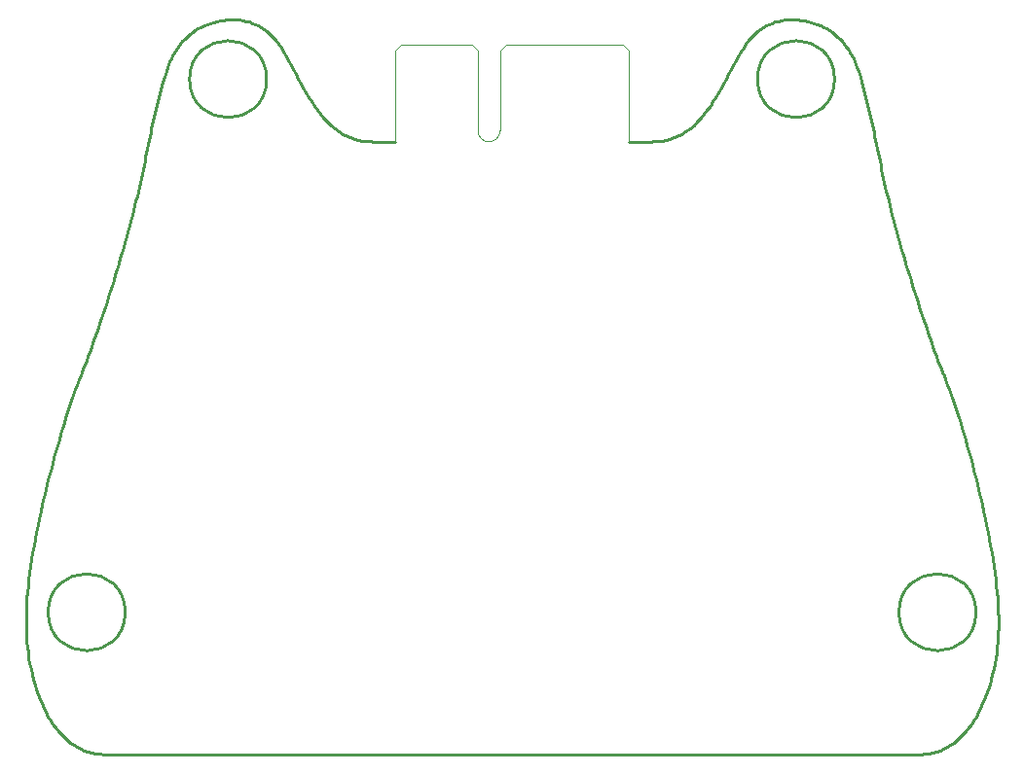
<source format=gm1>
G04 #@! TF.GenerationSoftware,KiCad,Pcbnew,8.0.7*
G04 #@! TF.CreationDate,2024-12-09T10:58:11-05:00*
G04 #@! TF.ProjectId,template,74656d70-6c61-4746-952e-6b696361645f,rev?*
G04 #@! TF.SameCoordinates,Original*
G04 #@! TF.FileFunction,Profile,NP*
%FSLAX46Y46*%
G04 Gerber Fmt 4.6, Leading zero omitted, Abs format (unit mm)*
G04 Created by KiCad (PCBNEW 8.0.7) date 2024-12-09 10:58:11*
%MOMM*%
%LPD*%
G01*
G04 APERTURE LIST*
G04 #@! TA.AperFunction,Profile*
%ADD10C,0.250000*%
G04 #@! TD*
%ADD11C,0.250000*%
G04 #@! TA.AperFunction,Profile*
%ADD12C,0.100000*%
G04 #@! TD*
G04 APERTURE END LIST*
D10*
X112763305Y-110068595D02*
G75*
G02*
X106063305Y-110068595I-3350000J0D01*
G01*
X106063305Y-110068595D02*
G75*
G02*
X112763305Y-110068595I3350000J0D01*
G01*
D11*
X116139347Y-63480372D02*
X116038286Y-63826318D01*
X115940856Y-64170649D01*
X115846809Y-64513629D01*
X115755896Y-64855521D01*
X115667868Y-65196591D01*
X115582476Y-65537101D01*
X115499471Y-65877316D01*
X115418605Y-66217500D01*
X115339628Y-66557917D01*
X115262292Y-66898832D01*
X115186349Y-67240507D01*
X115111549Y-67583208D01*
X115037643Y-67927199D01*
X114964383Y-68272743D01*
X114891519Y-68620105D01*
X114818804Y-68969548D01*
X114745988Y-69321337D01*
X114672823Y-69675736D01*
X114599059Y-70033009D01*
X114524447Y-70393421D01*
X114448740Y-70757234D01*
X114371688Y-71124713D01*
X114293043Y-71496123D01*
X114212555Y-71871727D01*
X114129975Y-72251790D01*
X114045056Y-72636575D01*
X113957548Y-73026346D01*
X113867202Y-73421369D01*
X113773770Y-73821906D01*
X113677002Y-74228222D01*
X113576650Y-74640581D01*
X113472466Y-75059248D01*
D10*
X174463305Y-63648595D02*
G75*
G02*
X167763305Y-63648595I-3350000J0D01*
G01*
X167763305Y-63648595D02*
G75*
G02*
X174463305Y-63648595I3350000J0D01*
G01*
D11*
X183848256Y-89194164D02*
X183958363Y-89475167D01*
X184066992Y-89750420D01*
X184175146Y-90024632D01*
X184283827Y-90302512D01*
X184394038Y-90588767D01*
X184506781Y-90888108D01*
X184593604Y-91124033D01*
X184682837Y-91371953D01*
X184743875Y-91544879D01*
X175818122Y-61288482D02*
X175959251Y-61543791D01*
X176088420Y-61807072D01*
X176206967Y-62077007D01*
X176316231Y-62352277D01*
X176417554Y-62631567D01*
X176512274Y-62913557D01*
X176601730Y-63196931D01*
X176687264Y-63480372D01*
X104200217Y-108833629D02*
X104181615Y-109087934D01*
X104165425Y-109339035D01*
X104145663Y-109710038D01*
X104131327Y-110074753D01*
X104122416Y-110433733D01*
X104118929Y-110787532D01*
X104120866Y-111136701D01*
X104128225Y-111481796D01*
X104141007Y-111823368D01*
X104159209Y-112161970D01*
X104182831Y-112498156D01*
X104191910Y-112609777D01*
X188626393Y-108833629D02*
X188644994Y-109087934D01*
X188661184Y-109339035D01*
X188680946Y-109710038D01*
X188695282Y-110074753D01*
X188704193Y-110433733D01*
X188707680Y-110787532D01*
X188705743Y-111136701D01*
X188698384Y-111481796D01*
X188685602Y-111823368D01*
X188667400Y-112161970D01*
X188643778Y-112498156D01*
X188634700Y-112609777D01*
X104191910Y-112609777D02*
X104238744Y-113096279D01*
X104297031Y-113578473D01*
X104366673Y-114055629D01*
X104447574Y-114527015D01*
X104539638Y-114991902D01*
X104642768Y-115449560D01*
X104756867Y-115899257D01*
X104881839Y-116340265D01*
X105017589Y-116771851D01*
X105164018Y-117193287D01*
X105321032Y-117603842D01*
X105488533Y-118002786D01*
X105666425Y-118389387D01*
X105854611Y-118762917D01*
X106052996Y-119122644D01*
X106261482Y-119467839D01*
X106479974Y-119797771D01*
X106708374Y-120111710D01*
X106946587Y-120408925D01*
X107194516Y-120688686D01*
X107452065Y-120950263D01*
X107719136Y-121192926D01*
X107995634Y-121415944D01*
X108281463Y-121618587D01*
X108576525Y-121800124D01*
X108880725Y-121959827D01*
X109193965Y-122096963D01*
X109516150Y-122210803D01*
X109847183Y-122300616D01*
X110186967Y-122365673D01*
X110535407Y-122405242D01*
X110892406Y-122418595D01*
X184743875Y-91544879D02*
X184866263Y-91899788D01*
X184993395Y-92279115D01*
X185124790Y-92681613D01*
X185259965Y-93106037D01*
X185398441Y-93551141D01*
X185539735Y-94015679D01*
X185683367Y-94498405D01*
X185828856Y-94998073D01*
X185975720Y-95513438D01*
X186123477Y-96043254D01*
X186271648Y-96586274D01*
X186419750Y-97141253D01*
X186567303Y-97706946D01*
X186713824Y-98282105D01*
X186858834Y-98865486D01*
X187001851Y-99455843D01*
X187142393Y-100051930D01*
X187279980Y-100652500D01*
X187414130Y-101256309D01*
X187544362Y-101862109D01*
X187670195Y-102468657D01*
X187791148Y-103074704D01*
X187906739Y-103679007D01*
X188016487Y-104280318D01*
X188119912Y-104877393D01*
X188216531Y-105468984D01*
X188305864Y-106053847D01*
X188387430Y-106630736D01*
X188460746Y-107198404D01*
X188525333Y-107755606D01*
X188580709Y-108301096D01*
X188626393Y-108833629D01*
D10*
X186763305Y-110068595D02*
G75*
G02*
X180063305Y-110068595I-3350000J0D01*
G01*
X180063305Y-110068595D02*
G75*
G02*
X186763305Y-110068595I3350000J0D01*
G01*
D11*
X167784109Y-59460642D02*
X168016021Y-59282871D01*
X168256406Y-59122828D01*
X168504540Y-58980254D01*
X168759699Y-58854894D01*
X169021159Y-58746489D01*
X169288197Y-58654782D01*
X169560088Y-58579516D01*
X169836111Y-58520433D01*
X170115539Y-58477277D01*
X170397651Y-58449790D01*
X170681722Y-58437714D01*
X170967028Y-58440792D01*
X171252846Y-58458767D01*
X171538453Y-58491382D01*
X171823123Y-58538379D01*
X172106135Y-58599501D01*
X172386763Y-58674491D01*
X172664285Y-58763091D01*
X172937976Y-58865044D01*
X173207114Y-58980093D01*
X173470973Y-59107980D01*
X173728832Y-59248448D01*
X173979965Y-59401240D01*
X174223649Y-59566099D01*
X174459161Y-59742766D01*
X174685776Y-59930986D01*
X174902772Y-60130500D01*
X175109424Y-60341051D01*
X175305008Y-60562382D01*
X175488802Y-60794236D01*
X175660081Y-61036355D01*
X175818122Y-61288482D01*
X113472466Y-75059248D02*
X113359507Y-75502873D01*
X113242349Y-75952989D01*
X113121233Y-76408934D01*
X112996403Y-76870048D01*
X112868102Y-77335667D01*
X112736571Y-77805132D01*
X112602054Y-78277780D01*
X112464792Y-78752951D01*
X112325030Y-79229983D01*
X112183010Y-79708214D01*
X112038973Y-80186983D01*
X111893164Y-80665630D01*
X111745824Y-81143491D01*
X111597197Y-81619907D01*
X111447524Y-82094216D01*
X111297049Y-82565756D01*
X111146015Y-83033865D01*
X110994663Y-83497883D01*
X110843237Y-83957149D01*
X110691979Y-84411000D01*
X110541133Y-84858776D01*
X110390940Y-85299814D01*
X110241643Y-85733454D01*
X110093486Y-86159035D01*
X109946710Y-86575894D01*
X109801559Y-86983371D01*
X109658275Y-87380804D01*
X109517100Y-87767532D01*
X109378278Y-88142893D01*
X109242051Y-88506227D01*
X109108662Y-88856870D01*
X108978354Y-89194164D01*
X134473131Y-69088595D02*
X133941660Y-69067969D01*
X133439442Y-69007542D01*
X132965080Y-68909486D01*
X132517176Y-68775971D01*
X132094331Y-68609171D01*
X131695149Y-68411258D01*
X131318231Y-68184403D01*
X130962179Y-67930779D01*
X130625595Y-67652558D01*
X130307083Y-67351913D01*
X130005243Y-67031014D01*
X129718678Y-66692036D01*
X129445991Y-66337148D01*
X129185783Y-65968525D01*
X128936656Y-65588337D01*
X128697214Y-65198758D01*
X128466057Y-64801958D01*
X128241789Y-64400111D01*
X128023010Y-63995388D01*
X127808325Y-63589962D01*
X127596334Y-63186005D01*
X127385639Y-62785688D01*
X127174844Y-62391184D01*
X126962550Y-62004666D01*
X126747359Y-61628305D01*
X126527874Y-61264273D01*
X126302696Y-60914743D01*
X126070429Y-60581887D01*
X125829673Y-60267876D01*
X125579032Y-59974884D01*
X125317107Y-59705082D01*
X125042501Y-59460642D01*
X188634700Y-112609777D02*
X188587865Y-113096279D01*
X188529578Y-113578473D01*
X188459936Y-114055629D01*
X188379035Y-114527015D01*
X188286971Y-114991902D01*
X188183842Y-115449560D01*
X188069742Y-115899257D01*
X187944770Y-116340265D01*
X187809021Y-116771851D01*
X187662591Y-117193287D01*
X187505578Y-117603842D01*
X187338077Y-118002786D01*
X187160185Y-118389387D01*
X186971998Y-118762917D01*
X186773614Y-119122644D01*
X186565127Y-119467839D01*
X186346636Y-119797771D01*
X186118235Y-120111710D01*
X185880022Y-120408925D01*
X185632093Y-120688686D01*
X185374545Y-120950263D01*
X185107474Y-121192926D01*
X184830975Y-121415944D01*
X184545147Y-121618587D01*
X184250085Y-121800124D01*
X183945885Y-121959827D01*
X183632645Y-122096963D01*
X183310460Y-122210803D01*
X182979427Y-122300616D01*
X182639643Y-122365673D01*
X182291203Y-122405242D01*
X181934205Y-122418595D01*
D10*
X156558096Y-69088907D02*
X158353479Y-69088595D01*
D11*
X158353479Y-69088595D02*
X158884949Y-69067969D01*
X159387167Y-69007542D01*
X159861529Y-68909486D01*
X160309434Y-68775971D01*
X160732278Y-68609171D01*
X161131461Y-68411258D01*
X161508379Y-68184403D01*
X161864431Y-67930779D01*
X162201014Y-67652558D01*
X162519527Y-67351913D01*
X162821367Y-67031014D01*
X163107931Y-66692036D01*
X163380619Y-66337148D01*
X163640827Y-65968525D01*
X163889953Y-65588337D01*
X164129396Y-65198758D01*
X164360553Y-64801958D01*
X164584821Y-64400111D01*
X164803599Y-63995388D01*
X165018285Y-63589962D01*
X165230276Y-63186005D01*
X165440970Y-62785688D01*
X165651766Y-62391184D01*
X165864060Y-62004666D01*
X166079250Y-61628305D01*
X166298736Y-61264273D01*
X166523913Y-60914743D01*
X166756181Y-60581887D01*
X166996936Y-60267876D01*
X167247577Y-59974884D01*
X167509502Y-59705082D01*
X167784109Y-59460642D01*
D10*
X136258096Y-69088907D02*
X134473131Y-69088595D01*
X110892406Y-122418595D02*
X181934205Y-122418595D01*
D11*
X179354144Y-75059248D02*
X179467102Y-75502873D01*
X179584260Y-75952989D01*
X179705376Y-76408934D01*
X179830206Y-76870048D01*
X179958507Y-77335667D01*
X180090038Y-77805132D01*
X180224555Y-78277780D01*
X180361817Y-78752951D01*
X180501579Y-79229983D01*
X180643599Y-79708214D01*
X180787636Y-80186983D01*
X180933445Y-80665630D01*
X181080785Y-81143491D01*
X181229412Y-81619907D01*
X181379085Y-82094216D01*
X181529560Y-82565756D01*
X181680594Y-83033865D01*
X181831946Y-83497883D01*
X181983372Y-83957149D01*
X182134630Y-84411000D01*
X182285476Y-84858776D01*
X182435669Y-85299814D01*
X182584966Y-85733454D01*
X182733123Y-86159035D01*
X182879899Y-86575894D01*
X183025050Y-86983371D01*
X183168334Y-87380804D01*
X183309509Y-87767532D01*
X183448331Y-88142893D01*
X183584558Y-88506227D01*
X183717947Y-88856870D01*
X183848256Y-89194164D01*
X108978354Y-89194164D02*
X108868246Y-89475167D01*
X108759617Y-89750420D01*
X108651463Y-90024632D01*
X108542782Y-90302512D01*
X108432572Y-90588767D01*
X108319829Y-90888108D01*
X108233006Y-91124033D01*
X108143773Y-91371953D01*
X108082736Y-91544879D01*
X176687264Y-63480372D02*
X176788324Y-63826318D01*
X176885754Y-64170649D01*
X176979801Y-64513629D01*
X177070714Y-64855521D01*
X177158742Y-65196591D01*
X177244134Y-65537101D01*
X177327139Y-65877316D01*
X177408005Y-66217500D01*
X177486982Y-66557917D01*
X177564317Y-66898832D01*
X177640261Y-67240507D01*
X177715061Y-67583208D01*
X177788967Y-67927199D01*
X177862227Y-68272743D01*
X177935090Y-68620105D01*
X178007805Y-68969548D01*
X178080621Y-69321337D01*
X178153787Y-69675736D01*
X178227551Y-70033009D01*
X178302162Y-70393421D01*
X178377869Y-70757234D01*
X178454921Y-71124713D01*
X178533567Y-71496123D01*
X178614055Y-71871727D01*
X178696634Y-72251790D01*
X178781553Y-72636575D01*
X178869062Y-73026346D01*
X178959407Y-73421369D01*
X179052840Y-73821906D01*
X179149607Y-74228222D01*
X179249959Y-74640581D01*
X179354144Y-75059248D01*
X108082736Y-91544879D02*
X107960347Y-91899788D01*
X107833215Y-92279115D01*
X107701820Y-92681613D01*
X107566645Y-93106037D01*
X107428169Y-93551141D01*
X107286874Y-94015679D01*
X107143242Y-94498405D01*
X106997754Y-94998073D01*
X106850890Y-95513438D01*
X106703132Y-96043254D01*
X106554961Y-96586274D01*
X106406859Y-97141253D01*
X106259307Y-97706946D01*
X106112785Y-98282105D01*
X105967775Y-98865486D01*
X105824758Y-99455843D01*
X105684216Y-100051930D01*
X105546629Y-100652500D01*
X105412479Y-101256309D01*
X105282247Y-101862109D01*
X105156414Y-102468657D01*
X105035461Y-103074704D01*
X104919870Y-103679007D01*
X104810122Y-104280318D01*
X104706697Y-104877393D01*
X104610078Y-105468984D01*
X104520745Y-106053847D01*
X104439179Y-106630736D01*
X104365863Y-107198404D01*
X104301276Y-107755606D01*
X104245900Y-108301096D01*
X104200217Y-108833629D01*
X125042501Y-59460642D02*
X124810588Y-59282871D01*
X124570203Y-59122828D01*
X124322069Y-58980254D01*
X124066910Y-58854894D01*
X123805450Y-58746489D01*
X123538412Y-58654782D01*
X123266521Y-58579516D01*
X122990498Y-58520433D01*
X122711070Y-58477277D01*
X122428958Y-58449790D01*
X122144887Y-58437714D01*
X121859581Y-58440792D01*
X121573763Y-58458767D01*
X121288156Y-58491382D01*
X121003486Y-58538379D01*
X120720474Y-58599501D01*
X120439846Y-58674491D01*
X120162324Y-58763091D01*
X119888633Y-58865044D01*
X119619495Y-58980093D01*
X119355636Y-59107980D01*
X119097778Y-59248448D01*
X118846645Y-59401240D01*
X118602960Y-59566099D01*
X118367449Y-59742766D01*
X118140833Y-59930986D01*
X117923838Y-60130500D01*
X117717186Y-60341051D01*
X117521601Y-60562382D01*
X117337808Y-60794236D01*
X117166529Y-61036355D01*
X117008489Y-61288482D01*
X117008489Y-61288482D02*
X116867359Y-61543791D01*
X116738190Y-61807072D01*
X116619643Y-62077007D01*
X116510379Y-62352277D01*
X116409056Y-62631567D01*
X116314336Y-62913557D01*
X116224880Y-63196931D01*
X116139347Y-63480372D01*
D10*
X125063305Y-63648595D02*
G75*
G02*
X118363305Y-63648595I-3350000J0D01*
G01*
X118363305Y-63648595D02*
G75*
G02*
X125063305Y-63648595I3350000J0D01*
G01*
D12*
G04 #@! TO.C,J1*
X136258096Y-61188907D02*
X136758096Y-60688907D01*
X136258096Y-69088907D02*
X136258096Y-61188907D01*
X142958096Y-60688907D02*
X136758096Y-60688907D01*
X143458096Y-61188907D02*
X142958096Y-60688907D01*
X143458096Y-68138907D02*
X143458096Y-61188907D01*
X145358096Y-61188907D02*
X145858096Y-60688907D01*
X145358096Y-68138907D02*
X145358096Y-61188907D01*
X156058096Y-60688907D02*
X145858096Y-60688907D01*
X156558096Y-61188907D02*
X156058096Y-60688907D01*
X156558096Y-69088907D02*
X156558096Y-61188907D01*
X145358096Y-68138907D02*
G75*
G02*
X143458096Y-68138907I-950000J0D01*
G01*
G04 #@! TD*
M02*

</source>
